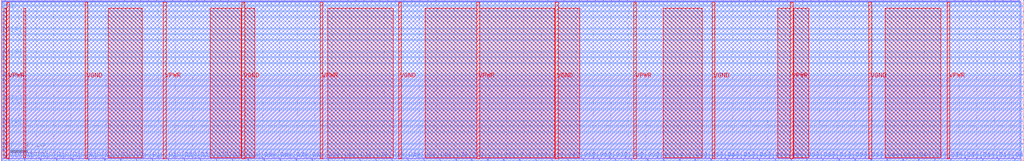
<source format=lef>
VERSION 5.7 ;
  NOWIREEXTENSIONATPIN ON ;
  DIVIDERCHAR "/" ;
  BUSBITCHARS "[]" ;
MACRO RAM32_1RW1R
  CLASS BLOCK ;
  FOREIGN RAM32_1RW1R ;
  ORIGIN 0.000 0.000 ;
  SIZE 1173.460 BY 185.440 ;
  PIN A0[0]
    DIRECTION INPUT ;
    USE SIGNAL ;
    PORT
      LAYER met3 ;
        RECT 1171.460 125.160 1173.460 125.760 ;
    END
  END A0[0]
  PIN A0[1]
    DIRECTION INPUT ;
    USE SIGNAL ;
    PORT
      LAYER met3 ;
        RECT 1171.460 138.760 1173.460 139.360 ;
    END
  END A0[1]
  PIN A0[2]
    DIRECTION INPUT ;
    USE SIGNAL ;
    PORT
      LAYER met3 ;
        RECT 1171.460 151.680 1173.460 152.280 ;
    END
  END A0[2]
  PIN A0[3]
    DIRECTION INPUT ;
    USE SIGNAL ;
    PORT
      LAYER met3 ;
        RECT 1171.460 165.280 1173.460 165.880 ;
    END
  END A0[3]
  PIN A0[4]
    DIRECTION INPUT ;
    USE SIGNAL ;
    PORT
      LAYER met3 ;
        RECT 1171.460 178.200 1173.460 178.800 ;
    END
  END A0[4]
  PIN A1[0]
    DIRECTION INPUT ;
    USE SIGNAL ;
    PORT
      LAYER met3 ;
        RECT 0.000 39.480 2.000 40.080 ;
    END
  END A1[0]
  PIN A1[1]
    DIRECTION INPUT ;
    USE SIGNAL ;
    PORT
      LAYER met3 ;
        RECT 0.000 66.000 2.000 66.600 ;
    END
  END A1[1]
  PIN A1[2]
    DIRECTION INPUT ;
    USE SIGNAL ;
    PORT
      LAYER met3 ;
        RECT 0.000 92.520 2.000 93.120 ;
    END
  END A1[2]
  PIN A1[3]
    DIRECTION INPUT ;
    USE SIGNAL ;
    PORT
      LAYER met3 ;
        RECT 0.000 119.040 2.000 119.640 ;
    END
  END A1[3]
  PIN A1[4]
    DIRECTION INPUT ;
    USE SIGNAL ;
    PORT
      LAYER met3 ;
        RECT 0.000 145.560 2.000 146.160 ;
    END
  END A1[4]
  PIN CLK
    DIRECTION INPUT ;
    USE SIGNAL ;
    PORT
      LAYER met3 ;
        RECT 0.000 12.960 2.000 13.560 ;
    END
  END CLK
  PIN Di0[0]
    DIRECTION INPUT ;
    USE SIGNAL ;
    PORT
      LAYER met2 ;
        RECT 8.830 0.000 9.110 2.000 ;
    END
  END Di0[0]
  PIN Di0[10]
    DIRECTION INPUT ;
    USE SIGNAL ;
    PORT
      LAYER met2 ;
        RECT 191.910 0.000 192.190 2.000 ;
    END
  END Di0[10]
  PIN Di0[11]
    DIRECTION INPUT ;
    USE SIGNAL ;
    PORT
      LAYER met2 ;
        RECT 210.310 0.000 210.590 2.000 ;
    END
  END Di0[11]
  PIN Di0[12]
    DIRECTION INPUT ;
    USE SIGNAL ;
    PORT
      LAYER met2 ;
        RECT 228.710 0.000 228.990 2.000 ;
    END
  END Di0[12]
  PIN Di0[13]
    DIRECTION INPUT ;
    USE SIGNAL ;
    PORT
      LAYER met2 ;
        RECT 247.110 0.000 247.390 2.000 ;
    END
  END Di0[13]
  PIN Di0[14]
    DIRECTION INPUT ;
    USE SIGNAL ;
    PORT
      LAYER met2 ;
        RECT 265.510 0.000 265.790 2.000 ;
    END
  END Di0[14]
  PIN Di0[15]
    DIRECTION INPUT ;
    USE SIGNAL ;
    PORT
      LAYER met2 ;
        RECT 283.450 0.000 283.730 2.000 ;
    END
  END Di0[15]
  PIN Di0[16]
    DIRECTION INPUT ;
    USE SIGNAL ;
    PORT
      LAYER met2 ;
        RECT 301.850 0.000 302.130 2.000 ;
    END
  END Di0[16]
  PIN Di0[17]
    DIRECTION INPUT ;
    USE SIGNAL ;
    PORT
      LAYER met2 ;
        RECT 320.250 0.000 320.530 2.000 ;
    END
  END Di0[17]
  PIN Di0[18]
    DIRECTION INPUT ;
    USE SIGNAL ;
    PORT
      LAYER met2 ;
        RECT 338.650 0.000 338.930 2.000 ;
    END
  END Di0[18]
  PIN Di0[19]
    DIRECTION INPUT ;
    USE SIGNAL ;
    PORT
      LAYER met2 ;
        RECT 357.050 0.000 357.330 2.000 ;
    END
  END Di0[19]
  PIN Di0[1]
    DIRECTION INPUT ;
    USE SIGNAL ;
    PORT
      LAYER met2 ;
        RECT 26.770 0.000 27.050 2.000 ;
    END
  END Di0[1]
  PIN Di0[20]
    DIRECTION INPUT ;
    USE SIGNAL ;
    PORT
      LAYER met2 ;
        RECT 375.450 0.000 375.730 2.000 ;
    END
  END Di0[20]
  PIN Di0[21]
    DIRECTION INPUT ;
    USE SIGNAL ;
    PORT
      LAYER met2 ;
        RECT 393.850 0.000 394.130 2.000 ;
    END
  END Di0[21]
  PIN Di0[22]
    DIRECTION INPUT ;
    USE SIGNAL ;
    PORT
      LAYER met2 ;
        RECT 411.790 0.000 412.070 2.000 ;
    END
  END Di0[22]
  PIN Di0[23]
    DIRECTION INPUT ;
    USE SIGNAL ;
    PORT
      LAYER met2 ;
        RECT 430.190 0.000 430.470 2.000 ;
    END
  END Di0[23]
  PIN Di0[24]
    DIRECTION INPUT ;
    USE SIGNAL ;
    PORT
      LAYER met2 ;
        RECT 448.590 0.000 448.870 2.000 ;
    END
  END Di0[24]
  PIN Di0[25]
    DIRECTION INPUT ;
    USE SIGNAL ;
    PORT
      LAYER met2 ;
        RECT 466.990 0.000 467.270 2.000 ;
    END
  END Di0[25]
  PIN Di0[26]
    DIRECTION INPUT ;
    USE SIGNAL ;
    PORT
      LAYER met2 ;
        RECT 485.390 0.000 485.670 2.000 ;
    END
  END Di0[26]
  PIN Di0[27]
    DIRECTION INPUT ;
    USE SIGNAL ;
    PORT
      LAYER met2 ;
        RECT 503.790 0.000 504.070 2.000 ;
    END
  END Di0[27]
  PIN Di0[28]
    DIRECTION INPUT ;
    USE SIGNAL ;
    PORT
      LAYER met2 ;
        RECT 522.190 0.000 522.470 2.000 ;
    END
  END Di0[28]
  PIN Di0[29]
    DIRECTION INPUT ;
    USE SIGNAL ;
    PORT
      LAYER met2 ;
        RECT 540.130 0.000 540.410 2.000 ;
    END
  END Di0[29]
  PIN Di0[2]
    DIRECTION INPUT ;
    USE SIGNAL ;
    PORT
      LAYER met2 ;
        RECT 45.170 0.000 45.450 2.000 ;
    END
  END Di0[2]
  PIN Di0[30]
    DIRECTION INPUT ;
    USE SIGNAL ;
    PORT
      LAYER met2 ;
        RECT 558.530 0.000 558.810 2.000 ;
    END
  END Di0[30]
  PIN Di0[31]
    DIRECTION INPUT ;
    USE SIGNAL ;
    PORT
      LAYER met2 ;
        RECT 576.930 0.000 577.210 2.000 ;
    END
  END Di0[31]
  PIN Di0[32]
    DIRECTION INPUT ;
    USE SIGNAL ;
    PORT
      LAYER met2 ;
        RECT 595.330 0.000 595.610 2.000 ;
    END
  END Di0[32]
  PIN Di0[33]
    DIRECTION INPUT ;
    USE SIGNAL ;
    PORT
      LAYER met2 ;
        RECT 613.730 0.000 614.010 2.000 ;
    END
  END Di0[33]
  PIN Di0[34]
    DIRECTION INPUT ;
    USE SIGNAL ;
    PORT
      LAYER met2 ;
        RECT 632.130 0.000 632.410 2.000 ;
    END
  END Di0[34]
  PIN Di0[35]
    DIRECTION INPUT ;
    USE SIGNAL ;
    PORT
      LAYER met2 ;
        RECT 650.530 0.000 650.810 2.000 ;
    END
  END Di0[35]
  PIN Di0[36]
    DIRECTION INPUT ;
    USE SIGNAL ;
    PORT
      LAYER met2 ;
        RECT 668.470 0.000 668.750 2.000 ;
    END
  END Di0[36]
  PIN Di0[37]
    DIRECTION INPUT ;
    USE SIGNAL ;
    PORT
      LAYER met2 ;
        RECT 686.870 0.000 687.150 2.000 ;
    END
  END Di0[37]
  PIN Di0[38]
    DIRECTION INPUT ;
    USE SIGNAL ;
    PORT
      LAYER met2 ;
        RECT 705.270 0.000 705.550 2.000 ;
    END
  END Di0[38]
  PIN Di0[39]
    DIRECTION INPUT ;
    USE SIGNAL ;
    PORT
      LAYER met2 ;
        RECT 723.670 0.000 723.950 2.000 ;
    END
  END Di0[39]
  PIN Di0[3]
    DIRECTION INPUT ;
    USE SIGNAL ;
    PORT
      LAYER met2 ;
        RECT 63.570 0.000 63.850 2.000 ;
    END
  END Di0[3]
  PIN Di0[40]
    DIRECTION INPUT ;
    USE SIGNAL ;
    PORT
      LAYER met2 ;
        RECT 742.070 0.000 742.350 2.000 ;
    END
  END Di0[40]
  PIN Di0[41]
    DIRECTION INPUT ;
    USE SIGNAL ;
    PORT
      LAYER met2 ;
        RECT 760.470 0.000 760.750 2.000 ;
    END
  END Di0[41]
  PIN Di0[42]
    DIRECTION INPUT ;
    USE SIGNAL ;
    PORT
      LAYER met2 ;
        RECT 778.870 0.000 779.150 2.000 ;
    END
  END Di0[42]
  PIN Di0[43]
    DIRECTION INPUT ;
    USE SIGNAL ;
    PORT
      LAYER met2 ;
        RECT 796.810 0.000 797.090 2.000 ;
    END
  END Di0[43]
  PIN Di0[44]
    DIRECTION INPUT ;
    USE SIGNAL ;
    PORT
      LAYER met2 ;
        RECT 815.210 0.000 815.490 2.000 ;
    END
  END Di0[44]
  PIN Di0[45]
    DIRECTION INPUT ;
    USE SIGNAL ;
    PORT
      LAYER met2 ;
        RECT 833.610 0.000 833.890 2.000 ;
    END
  END Di0[45]
  PIN Di0[46]
    DIRECTION INPUT ;
    USE SIGNAL ;
    PORT
      LAYER met2 ;
        RECT 852.010 0.000 852.290 2.000 ;
    END
  END Di0[46]
  PIN Di0[47]
    DIRECTION INPUT ;
    USE SIGNAL ;
    PORT
      LAYER met2 ;
        RECT 870.410 0.000 870.690 2.000 ;
    END
  END Di0[47]
  PIN Di0[48]
    DIRECTION INPUT ;
    USE SIGNAL ;
    PORT
      LAYER met2 ;
        RECT 888.810 0.000 889.090 2.000 ;
    END
  END Di0[48]
  PIN Di0[49]
    DIRECTION INPUT ;
    USE SIGNAL ;
    PORT
      LAYER met2 ;
        RECT 907.210 0.000 907.490 2.000 ;
    END
  END Di0[49]
  PIN Di0[4]
    DIRECTION INPUT ;
    USE SIGNAL ;
    PORT
      LAYER met2 ;
        RECT 81.970 0.000 82.250 2.000 ;
    END
  END Di0[4]
  PIN Di0[50]
    DIRECTION INPUT ;
    USE SIGNAL ;
    PORT
      LAYER met2 ;
        RECT 925.150 0.000 925.430 2.000 ;
    END
  END Di0[50]
  PIN Di0[51]
    DIRECTION INPUT ;
    USE SIGNAL ;
    PORT
      LAYER met2 ;
        RECT 943.550 0.000 943.830 2.000 ;
    END
  END Di0[51]
  PIN Di0[52]
    DIRECTION INPUT ;
    USE SIGNAL ;
    PORT
      LAYER met2 ;
        RECT 961.950 0.000 962.230 2.000 ;
    END
  END Di0[52]
  PIN Di0[53]
    DIRECTION INPUT ;
    USE SIGNAL ;
    PORT
      LAYER met2 ;
        RECT 980.350 0.000 980.630 2.000 ;
    END
  END Di0[53]
  PIN Di0[54]
    DIRECTION INPUT ;
    USE SIGNAL ;
    PORT
      LAYER met2 ;
        RECT 998.750 0.000 999.030 2.000 ;
    END
  END Di0[54]
  PIN Di0[55]
    DIRECTION INPUT ;
    USE SIGNAL ;
    PORT
      LAYER met2 ;
        RECT 1017.150 0.000 1017.430 2.000 ;
    END
  END Di0[55]
  PIN Di0[56]
    DIRECTION INPUT ;
    USE SIGNAL ;
    PORT
      LAYER met2 ;
        RECT 1035.550 0.000 1035.830 2.000 ;
    END
  END Di0[56]
  PIN Di0[57]
    DIRECTION INPUT ;
    USE SIGNAL ;
    PORT
      LAYER met2 ;
        RECT 1053.490 0.000 1053.770 2.000 ;
    END
  END Di0[57]
  PIN Di0[58]
    DIRECTION INPUT ;
    USE SIGNAL ;
    PORT
      LAYER met2 ;
        RECT 1071.890 0.000 1072.170 2.000 ;
    END
  END Di0[58]
  PIN Di0[59]
    DIRECTION INPUT ;
    USE SIGNAL ;
    PORT
      LAYER met2 ;
        RECT 1090.290 0.000 1090.570 2.000 ;
    END
  END Di0[59]
  PIN Di0[5]
    DIRECTION INPUT ;
    USE SIGNAL ;
    PORT
      LAYER met2 ;
        RECT 100.370 0.000 100.650 2.000 ;
    END
  END Di0[5]
  PIN Di0[60]
    DIRECTION INPUT ;
    USE SIGNAL ;
    PORT
      LAYER met2 ;
        RECT 1108.690 0.000 1108.970 2.000 ;
    END
  END Di0[60]
  PIN Di0[61]
    DIRECTION INPUT ;
    USE SIGNAL ;
    PORT
      LAYER met2 ;
        RECT 1127.090 0.000 1127.370 2.000 ;
    END
  END Di0[61]
  PIN Di0[62]
    DIRECTION INPUT ;
    USE SIGNAL ;
    PORT
      LAYER met2 ;
        RECT 1145.490 0.000 1145.770 2.000 ;
    END
  END Di0[62]
  PIN Di0[63]
    DIRECTION INPUT ;
    USE SIGNAL ;
    PORT
      LAYER met2 ;
        RECT 1163.890 0.000 1164.170 2.000 ;
    END
  END Di0[63]
  PIN Di0[6]
    DIRECTION INPUT ;
    USE SIGNAL ;
    PORT
      LAYER met2 ;
        RECT 118.770 0.000 119.050 2.000 ;
    END
  END Di0[6]
  PIN Di0[7]
    DIRECTION INPUT ;
    USE SIGNAL ;
    PORT
      LAYER met2 ;
        RECT 137.170 0.000 137.450 2.000 ;
    END
  END Di0[7]
  PIN Di0[8]
    DIRECTION INPUT ;
    USE SIGNAL ;
    PORT
      LAYER met2 ;
        RECT 155.110 0.000 155.390 2.000 ;
    END
  END Di0[8]
  PIN Di0[9]
    DIRECTION INPUT ;
    USE SIGNAL ;
    PORT
      LAYER met2 ;
        RECT 173.510 0.000 173.790 2.000 ;
    END
  END Di0[9]
  PIN Do0[0]
    DIRECTION OUTPUT TRISTATE ;
    USE SIGNAL ;
    PORT
      LAYER met2 ;
        RECT 4.230 183.440 4.510 185.440 ;
    END
  END Do0[0]
  PIN Do0[10]
    DIRECTION OUTPUT TRISTATE ;
    USE SIGNAL ;
    PORT
      LAYER met2 ;
        RECT 95.770 183.440 96.050 185.440 ;
    END
  END Do0[10]
  PIN Do0[11]
    DIRECTION OUTPUT TRISTATE ;
    USE SIGNAL ;
    PORT
      LAYER met2 ;
        RECT 114.170 183.440 114.450 185.440 ;
    END
  END Do0[11]
  PIN Do0[12]
    DIRECTION OUTPUT TRISTATE ;
    USE SIGNAL ;
    PORT
      LAYER met2 ;
        RECT 132.570 183.440 132.850 185.440 ;
    END
  END Do0[12]
  PIN Do0[13]
    DIRECTION OUTPUT TRISTATE ;
    USE SIGNAL ;
    PORT
      LAYER met2 ;
        RECT 150.510 183.440 150.790 185.440 ;
    END
  END Do0[13]
  PIN Do0[14]
    DIRECTION OUTPUT TRISTATE ;
    USE SIGNAL ;
    PORT
      LAYER met2 ;
        RECT 168.910 183.440 169.190 185.440 ;
    END
  END Do0[14]
  PIN Do0[15]
    DIRECTION OUTPUT TRISTATE ;
    USE SIGNAL ;
    PORT
      LAYER met2 ;
        RECT 187.310 183.440 187.590 185.440 ;
    END
  END Do0[15]
  PIN Do0[16]
    DIRECTION OUTPUT TRISTATE ;
    USE SIGNAL ;
    PORT
      LAYER met2 ;
        RECT 205.710 183.440 205.990 185.440 ;
    END
  END Do0[16]
  PIN Do0[17]
    DIRECTION OUTPUT TRISTATE ;
    USE SIGNAL ;
    PORT
      LAYER met2 ;
        RECT 224.110 183.440 224.390 185.440 ;
    END
  END Do0[17]
  PIN Do0[18]
    DIRECTION OUTPUT TRISTATE ;
    USE SIGNAL ;
    PORT
      LAYER met2 ;
        RECT 242.510 183.440 242.790 185.440 ;
    END
  END Do0[18]
  PIN Do0[19]
    DIRECTION OUTPUT TRISTATE ;
    USE SIGNAL ;
    PORT
      LAYER met2 ;
        RECT 260.910 183.440 261.190 185.440 ;
    END
  END Do0[19]
  PIN Do0[1]
    DIRECTION OUTPUT TRISTATE ;
    USE SIGNAL ;
    PORT
      LAYER met2 ;
        RECT 12.970 183.440 13.250 185.440 ;
    END
  END Do0[1]
  PIN Do0[20]
    DIRECTION OUTPUT TRISTATE ;
    USE SIGNAL ;
    PORT
      LAYER met2 ;
        RECT 278.850 183.440 279.130 185.440 ;
    END
  END Do0[20]
  PIN Do0[21]
    DIRECTION OUTPUT TRISTATE ;
    USE SIGNAL ;
    PORT
      LAYER met2 ;
        RECT 288.050 183.440 288.330 185.440 ;
    END
  END Do0[21]
  PIN Do0[22]
    DIRECTION OUTPUT TRISTATE ;
    USE SIGNAL ;
    PORT
      LAYER met2 ;
        RECT 297.250 183.440 297.530 185.440 ;
    END
  END Do0[22]
  PIN Do0[23]
    DIRECTION OUTPUT TRISTATE ;
    USE SIGNAL ;
    PORT
      LAYER met2 ;
        RECT 306.450 183.440 306.730 185.440 ;
    END
  END Do0[23]
  PIN Do0[24]
    DIRECTION OUTPUT TRISTATE ;
    USE SIGNAL ;
    PORT
      LAYER met2 ;
        RECT 315.650 183.440 315.930 185.440 ;
    END
  END Do0[24]
  PIN Do0[25]
    DIRECTION OUTPUT TRISTATE ;
    USE SIGNAL ;
    PORT
      LAYER met2 ;
        RECT 324.850 183.440 325.130 185.440 ;
    END
  END Do0[25]
  PIN Do0[26]
    DIRECTION OUTPUT TRISTATE ;
    USE SIGNAL ;
    PORT
      LAYER met2 ;
        RECT 334.050 183.440 334.330 185.440 ;
    END
  END Do0[26]
  PIN Do0[27]
    DIRECTION OUTPUT TRISTATE ;
    USE SIGNAL ;
    PORT
      LAYER met2 ;
        RECT 343.250 183.440 343.530 185.440 ;
    END
  END Do0[27]
  PIN Do0[28]
    DIRECTION OUTPUT TRISTATE ;
    USE SIGNAL ;
    PORT
      LAYER met2 ;
        RECT 352.450 183.440 352.730 185.440 ;
    END
  END Do0[28]
  PIN Do0[29]
    DIRECTION OUTPUT TRISTATE ;
    USE SIGNAL ;
    PORT
      LAYER met2 ;
        RECT 361.650 183.440 361.930 185.440 ;
    END
  END Do0[29]
  PIN Do0[2]
    DIRECTION OUTPUT TRISTATE ;
    USE SIGNAL ;
    PORT
      LAYER met2 ;
        RECT 22.170 183.440 22.450 185.440 ;
    END
  END Do0[2]
  PIN Do0[30]
    DIRECTION OUTPUT TRISTATE ;
    USE SIGNAL ;
    PORT
      LAYER met2 ;
        RECT 370.850 183.440 371.130 185.440 ;
    END
  END Do0[30]
  PIN Do0[31]
    DIRECTION OUTPUT TRISTATE ;
    USE SIGNAL ;
    PORT
      LAYER met2 ;
        RECT 380.050 183.440 380.330 185.440 ;
    END
  END Do0[31]
  PIN Do0[32]
    DIRECTION OUTPUT TRISTATE ;
    USE SIGNAL ;
    PORT
      LAYER met2 ;
        RECT 389.250 183.440 389.530 185.440 ;
    END
  END Do0[32]
  PIN Do0[33]
    DIRECTION OUTPUT TRISTATE ;
    USE SIGNAL ;
    PORT
      LAYER met2 ;
        RECT 397.990 183.440 398.270 185.440 ;
    END
  END Do0[33]
  PIN Do0[34]
    DIRECTION OUTPUT TRISTATE ;
    USE SIGNAL ;
    PORT
      LAYER met2 ;
        RECT 407.190 183.440 407.470 185.440 ;
    END
  END Do0[34]
  PIN Do0[35]
    DIRECTION OUTPUT TRISTATE ;
    USE SIGNAL ;
    PORT
      LAYER met2 ;
        RECT 416.390 183.440 416.670 185.440 ;
    END
  END Do0[35]
  PIN Do0[36]
    DIRECTION OUTPUT TRISTATE ;
    USE SIGNAL ;
    PORT
      LAYER met2 ;
        RECT 425.590 183.440 425.870 185.440 ;
    END
  END Do0[36]
  PIN Do0[37]
    DIRECTION OUTPUT TRISTATE ;
    USE SIGNAL ;
    PORT
      LAYER met2 ;
        RECT 434.790 183.440 435.070 185.440 ;
    END
  END Do0[37]
  PIN Do0[38]
    DIRECTION OUTPUT TRISTATE ;
    USE SIGNAL ;
    PORT
      LAYER met2 ;
        RECT 443.990 183.440 444.270 185.440 ;
    END
  END Do0[38]
  PIN Do0[39]
    DIRECTION OUTPUT TRISTATE ;
    USE SIGNAL ;
    PORT
      LAYER met2 ;
        RECT 453.190 183.440 453.470 185.440 ;
    END
  END Do0[39]
  PIN Do0[3]
    DIRECTION OUTPUT TRISTATE ;
    USE SIGNAL ;
    PORT
      LAYER met2 ;
        RECT 31.370 183.440 31.650 185.440 ;
    END
  END Do0[3]
  PIN Do0[40]
    DIRECTION OUTPUT TRISTATE ;
    USE SIGNAL ;
    PORT
      LAYER met2 ;
        RECT 462.390 183.440 462.670 185.440 ;
    END
  END Do0[40]
  PIN Do0[41]
    DIRECTION OUTPUT TRISTATE ;
    USE SIGNAL ;
    PORT
      LAYER met2 ;
        RECT 471.590 183.440 471.870 185.440 ;
    END
  END Do0[41]
  PIN Do0[42]
    DIRECTION OUTPUT TRISTATE ;
    USE SIGNAL ;
    PORT
      LAYER met2 ;
        RECT 480.790 183.440 481.070 185.440 ;
    END
  END Do0[42]
  PIN Do0[43]
    DIRECTION OUTPUT TRISTATE ;
    USE SIGNAL ;
    PORT
      LAYER met2 ;
        RECT 489.990 183.440 490.270 185.440 ;
    END
  END Do0[43]
  PIN Do0[44]
    DIRECTION OUTPUT TRISTATE ;
    USE SIGNAL ;
    PORT
      LAYER met2 ;
        RECT 499.190 183.440 499.470 185.440 ;
    END
  END Do0[44]
  PIN Do0[45]
    DIRECTION OUTPUT TRISTATE ;
    USE SIGNAL ;
    PORT
      LAYER met2 ;
        RECT 508.390 183.440 508.670 185.440 ;
    END
  END Do0[45]
  PIN Do0[46]
    DIRECTION OUTPUT TRISTATE ;
    USE SIGNAL ;
    PORT
      LAYER met2 ;
        RECT 517.590 183.440 517.870 185.440 ;
    END
  END Do0[46]
  PIN Do0[47]
    DIRECTION OUTPUT TRISTATE ;
    USE SIGNAL ;
    PORT
      LAYER met2 ;
        RECT 526.330 183.440 526.610 185.440 ;
    END
  END Do0[47]
  PIN Do0[48]
    DIRECTION OUTPUT TRISTATE ;
    USE SIGNAL ;
    PORT
      LAYER met2 ;
        RECT 535.530 183.440 535.810 185.440 ;
    END
  END Do0[48]
  PIN Do0[49]
    DIRECTION OUTPUT TRISTATE ;
    USE SIGNAL ;
    PORT
      LAYER met2 ;
        RECT 544.730 183.440 545.010 185.440 ;
    END
  END Do0[49]
  PIN Do0[4]
    DIRECTION OUTPUT TRISTATE ;
    USE SIGNAL ;
    PORT
      LAYER met2 ;
        RECT 40.570 183.440 40.850 185.440 ;
    END
  END Do0[4]
  PIN Do0[50]
    DIRECTION OUTPUT TRISTATE ;
    USE SIGNAL ;
    PORT
      LAYER met2 ;
        RECT 553.930 183.440 554.210 185.440 ;
    END
  END Do0[50]
  PIN Do0[51]
    DIRECTION OUTPUT TRISTATE ;
    USE SIGNAL ;
    PORT
      LAYER met2 ;
        RECT 563.130 183.440 563.410 185.440 ;
    END
  END Do0[51]
  PIN Do0[52]
    DIRECTION OUTPUT TRISTATE ;
    USE SIGNAL ;
    PORT
      LAYER met2 ;
        RECT 572.330 183.440 572.610 185.440 ;
    END
  END Do0[52]
  PIN Do0[53]
    DIRECTION OUTPUT TRISTATE ;
    USE SIGNAL ;
    PORT
      LAYER met2 ;
        RECT 581.530 183.440 581.810 185.440 ;
    END
  END Do0[53]
  PIN Do0[54]
    DIRECTION OUTPUT TRISTATE ;
    USE SIGNAL ;
    PORT
      LAYER met2 ;
        RECT 590.730 183.440 591.010 185.440 ;
    END
  END Do0[54]
  PIN Do0[55]
    DIRECTION OUTPUT TRISTATE ;
    USE SIGNAL ;
    PORT
      LAYER met2 ;
        RECT 599.930 183.440 600.210 185.440 ;
    END
  END Do0[55]
  PIN Do0[56]
    DIRECTION OUTPUT TRISTATE ;
    USE SIGNAL ;
    PORT
      LAYER met2 ;
        RECT 609.130 183.440 609.410 185.440 ;
    END
  END Do0[56]
  PIN Do0[57]
    DIRECTION OUTPUT TRISTATE ;
    USE SIGNAL ;
    PORT
      LAYER met2 ;
        RECT 618.330 183.440 618.610 185.440 ;
    END
  END Do0[57]
  PIN Do0[58]
    DIRECTION OUTPUT TRISTATE ;
    USE SIGNAL ;
    PORT
      LAYER met2 ;
        RECT 627.530 183.440 627.810 185.440 ;
    END
  END Do0[58]
  PIN Do0[59]
    DIRECTION OUTPUT TRISTATE ;
    USE SIGNAL ;
    PORT
      LAYER met2 ;
        RECT 636.730 183.440 637.010 185.440 ;
    END
  END Do0[59]
  PIN Do0[5]
    DIRECTION OUTPUT TRISTATE ;
    USE SIGNAL ;
    PORT
      LAYER met2 ;
        RECT 49.770 183.440 50.050 185.440 ;
    END
  END Do0[5]
  PIN Do0[60]
    DIRECTION OUTPUT TRISTATE ;
    USE SIGNAL ;
    PORT
      LAYER met2 ;
        RECT 645.930 183.440 646.210 185.440 ;
    END
  END Do0[60]
  PIN Do0[61]
    DIRECTION OUTPUT TRISTATE ;
    USE SIGNAL ;
    PORT
      LAYER met2 ;
        RECT 655.130 183.440 655.410 185.440 ;
    END
  END Do0[61]
  PIN Do0[62]
    DIRECTION OUTPUT TRISTATE ;
    USE SIGNAL ;
    PORT
      LAYER met2 ;
        RECT 663.870 183.440 664.150 185.440 ;
    END
  END Do0[62]
  PIN Do0[63]
    DIRECTION OUTPUT TRISTATE ;
    USE SIGNAL ;
    PORT
      LAYER met2 ;
        RECT 673.070 183.440 673.350 185.440 ;
    END
  END Do0[63]
  PIN Do0[6]
    DIRECTION OUTPUT TRISTATE ;
    USE SIGNAL ;
    PORT
      LAYER met2 ;
        RECT 58.970 183.440 59.250 185.440 ;
    END
  END Do0[6]
  PIN Do0[7]
    DIRECTION OUTPUT TRISTATE ;
    USE SIGNAL ;
    PORT
      LAYER met2 ;
        RECT 68.170 183.440 68.450 185.440 ;
    END
  END Do0[7]
  PIN Do0[8]
    DIRECTION OUTPUT TRISTATE ;
    USE SIGNAL ;
    PORT
      LAYER met2 ;
        RECT 77.370 183.440 77.650 185.440 ;
    END
  END Do0[8]
  PIN Do0[9]
    DIRECTION OUTPUT TRISTATE ;
    USE SIGNAL ;
    PORT
      LAYER met2 ;
        RECT 86.570 183.440 86.850 185.440 ;
    END
  END Do0[9]
  PIN Do1[0]
    DIRECTION OUTPUT TRISTATE ;
    USE SIGNAL ;
    PORT
      LAYER met2 ;
        RECT 104.970 183.440 105.250 185.440 ;
    END
  END Do1[0]
  PIN Do1[10]
    DIRECTION OUTPUT TRISTATE ;
    USE SIGNAL ;
    PORT
      LAYER met2 ;
        RECT 682.270 183.440 682.550 185.440 ;
    END
  END Do1[10]
  PIN Do1[11]
    DIRECTION OUTPUT TRISTATE ;
    USE SIGNAL ;
    PORT
      LAYER met2 ;
        RECT 691.470 183.440 691.750 185.440 ;
    END
  END Do1[11]
  PIN Do1[12]
    DIRECTION OUTPUT TRISTATE ;
    USE SIGNAL ;
    PORT
      LAYER met2 ;
        RECT 700.670 183.440 700.950 185.440 ;
    END
  END Do1[12]
  PIN Do1[13]
    DIRECTION OUTPUT TRISTATE ;
    USE SIGNAL ;
    PORT
      LAYER met2 ;
        RECT 709.870 183.440 710.150 185.440 ;
    END
  END Do1[13]
  PIN Do1[14]
    DIRECTION OUTPUT TRISTATE ;
    USE SIGNAL ;
    PORT
      LAYER met2 ;
        RECT 719.070 183.440 719.350 185.440 ;
    END
  END Do1[14]
  PIN Do1[15]
    DIRECTION OUTPUT TRISTATE ;
    USE SIGNAL ;
    PORT
      LAYER met2 ;
        RECT 728.270 183.440 728.550 185.440 ;
    END
  END Do1[15]
  PIN Do1[16]
    DIRECTION OUTPUT TRISTATE ;
    USE SIGNAL ;
    PORT
      LAYER met2 ;
        RECT 737.470 183.440 737.750 185.440 ;
    END
  END Do1[16]
  PIN Do1[17]
    DIRECTION OUTPUT TRISTATE ;
    USE SIGNAL ;
    PORT
      LAYER met2 ;
        RECT 746.670 183.440 746.950 185.440 ;
    END
  END Do1[17]
  PIN Do1[18]
    DIRECTION OUTPUT TRISTATE ;
    USE SIGNAL ;
    PORT
      LAYER met2 ;
        RECT 755.870 183.440 756.150 185.440 ;
    END
  END Do1[18]
  PIN Do1[19]
    DIRECTION OUTPUT TRISTATE ;
    USE SIGNAL ;
    PORT
      LAYER met2 ;
        RECT 765.070 183.440 765.350 185.440 ;
    END
  END Do1[19]
  PIN Do1[1]
    DIRECTION OUTPUT TRISTATE ;
    USE SIGNAL ;
    PORT
      LAYER met2 ;
        RECT 123.370 183.440 123.650 185.440 ;
    END
  END Do1[1]
  PIN Do1[20]
    DIRECTION OUTPUT TRISTATE ;
    USE SIGNAL ;
    PORT
      LAYER met2 ;
        RECT 774.270 183.440 774.550 185.440 ;
    END
  END Do1[20]
  PIN Do1[21]
    DIRECTION OUTPUT TRISTATE ;
    USE SIGNAL ;
    PORT
      LAYER met2 ;
        RECT 783.470 183.440 783.750 185.440 ;
    END
  END Do1[21]
  PIN Do1[22]
    DIRECTION OUTPUT TRISTATE ;
    USE SIGNAL ;
    PORT
      LAYER met2 ;
        RECT 792.210 183.440 792.490 185.440 ;
    END
  END Do1[22]
  PIN Do1[23]
    DIRECTION OUTPUT TRISTATE ;
    USE SIGNAL ;
    PORT
      LAYER met2 ;
        RECT 801.410 183.440 801.690 185.440 ;
    END
  END Do1[23]
  PIN Do1[24]
    DIRECTION OUTPUT TRISTATE ;
    USE SIGNAL ;
    PORT
      LAYER met2 ;
        RECT 810.610 183.440 810.890 185.440 ;
    END
  END Do1[24]
  PIN Do1[25]
    DIRECTION OUTPUT TRISTATE ;
    USE SIGNAL ;
    PORT
      LAYER met2 ;
        RECT 819.810 183.440 820.090 185.440 ;
    END
  END Do1[25]
  PIN Do1[26]
    DIRECTION OUTPUT TRISTATE ;
    USE SIGNAL ;
    PORT
      LAYER met2 ;
        RECT 829.010 183.440 829.290 185.440 ;
    END
  END Do1[26]
  PIN Do1[27]
    DIRECTION OUTPUT TRISTATE ;
    USE SIGNAL ;
    PORT
      LAYER met2 ;
        RECT 838.210 183.440 838.490 185.440 ;
    END
  END Do1[27]
  PIN Do1[28]
    DIRECTION OUTPUT TRISTATE ;
    USE SIGNAL ;
    PORT
      LAYER met2 ;
        RECT 847.410 183.440 847.690 185.440 ;
    END
  END Do1[28]
  PIN Do1[29]
    DIRECTION OUTPUT TRISTATE ;
    USE SIGNAL ;
    PORT
      LAYER met2 ;
        RECT 856.610 183.440 856.890 185.440 ;
    END
  END Do1[29]
  PIN Do1[2]
    DIRECTION OUTPUT TRISTATE ;
    USE SIGNAL ;
    PORT
      LAYER met2 ;
        RECT 141.310 183.440 141.590 185.440 ;
    END
  END Do1[2]
  PIN Do1[30]
    DIRECTION OUTPUT TRISTATE ;
    USE SIGNAL ;
    PORT
      LAYER met2 ;
        RECT 865.810 183.440 866.090 185.440 ;
    END
  END Do1[30]
  PIN Do1[31]
    DIRECTION OUTPUT TRISTATE ;
    USE SIGNAL ;
    PORT
      LAYER met2 ;
        RECT 875.010 183.440 875.290 185.440 ;
    END
  END Do1[31]
  PIN Do1[32]
    DIRECTION OUTPUT TRISTATE ;
    USE SIGNAL ;
    PORT
      LAYER met2 ;
        RECT 884.210 183.440 884.490 185.440 ;
    END
  END Do1[32]
  PIN Do1[33]
    DIRECTION OUTPUT TRISTATE ;
    USE SIGNAL ;
    PORT
      LAYER met2 ;
        RECT 893.410 183.440 893.690 185.440 ;
    END
  END Do1[33]
  PIN Do1[34]
    DIRECTION OUTPUT TRISTATE ;
    USE SIGNAL ;
    PORT
      LAYER met2 ;
        RECT 902.610 183.440 902.890 185.440 ;
    END
  END Do1[34]
  PIN Do1[35]
    DIRECTION OUTPUT TRISTATE ;
    USE SIGNAL ;
    PORT
      LAYER met2 ;
        RECT 911.810 183.440 912.090 185.440 ;
    END
  END Do1[35]
  PIN Do1[36]
    DIRECTION OUTPUT TRISTATE ;
    USE SIGNAL ;
    PORT
      LAYER met2 ;
        RECT 920.550 183.440 920.830 185.440 ;
    END
  END Do1[36]
  PIN Do1[37]
    DIRECTION OUTPUT TRISTATE ;
    USE SIGNAL ;
    PORT
      LAYER met2 ;
        RECT 929.750 183.440 930.030 185.440 ;
    END
  END Do1[37]
  PIN Do1[38]
    DIRECTION OUTPUT TRISTATE ;
    USE SIGNAL ;
    PORT
      LAYER met2 ;
        RECT 938.950 183.440 939.230 185.440 ;
    END
  END Do1[38]
  PIN Do1[39]
    DIRECTION OUTPUT TRISTATE ;
    USE SIGNAL ;
    PORT
      LAYER met2 ;
        RECT 948.150 183.440 948.430 185.440 ;
    END
  END Do1[39]
  PIN Do1[3]
    DIRECTION OUTPUT TRISTATE ;
    USE SIGNAL ;
    PORT
      LAYER met2 ;
        RECT 159.710 183.440 159.990 185.440 ;
    END
  END Do1[3]
  PIN Do1[40]
    DIRECTION OUTPUT TRISTATE ;
    USE SIGNAL ;
    PORT
      LAYER met2 ;
        RECT 957.350 183.440 957.630 185.440 ;
    END
  END Do1[40]
  PIN Do1[41]
    DIRECTION OUTPUT TRISTATE ;
    USE SIGNAL ;
    PORT
      LAYER met2 ;
        RECT 966.550 183.440 966.830 185.440 ;
    END
  END Do1[41]
  PIN Do1[42]
    DIRECTION OUTPUT TRISTATE ;
    USE SIGNAL ;
    PORT
      LAYER met2 ;
        RECT 975.750 183.440 976.030 185.440 ;
    END
  END Do1[42]
  PIN Do1[43]
    DIRECTION OUTPUT TRISTATE ;
    USE SIGNAL ;
    PORT
      LAYER met2 ;
        RECT 984.950 183.440 985.230 185.440 ;
    END
  END Do1[43]
  PIN Do1[44]
    DIRECTION OUTPUT TRISTATE ;
    USE SIGNAL ;
    PORT
      LAYER met2 ;
        RECT 994.150 183.440 994.430 185.440 ;
    END
  END Do1[44]
  PIN Do1[45]
    DIRECTION OUTPUT TRISTATE ;
    USE SIGNAL ;
    PORT
      LAYER met2 ;
        RECT 1003.350 183.440 1003.630 185.440 ;
    END
  END Do1[45]
  PIN Do1[46]
    DIRECTION OUTPUT TRISTATE ;
    USE SIGNAL ;
    PORT
      LAYER met2 ;
        RECT 1012.550 183.440 1012.830 185.440 ;
    END
  END Do1[46]
  PIN Do1[47]
    DIRECTION OUTPUT TRISTATE ;
    USE SIGNAL ;
    PORT
      LAYER met2 ;
        RECT 1021.750 183.440 1022.030 185.440 ;
    END
  END Do1[47]
  PIN Do1[48]
    DIRECTION OUTPUT TRISTATE ;
    USE SIGNAL ;
    PORT
      LAYER met2 ;
        RECT 1030.950 183.440 1031.230 185.440 ;
    END
  END Do1[48]
  PIN Do1[49]
    DIRECTION OUTPUT TRISTATE ;
    USE SIGNAL ;
    PORT
      LAYER met2 ;
        RECT 1040.150 183.440 1040.430 185.440 ;
    END
  END Do1[49]
  PIN Do1[4]
    DIRECTION OUTPUT TRISTATE ;
    USE SIGNAL ;
    PORT
      LAYER met2 ;
        RECT 178.110 183.440 178.390 185.440 ;
    END
  END Do1[4]
  PIN Do1[50]
    DIRECTION OUTPUT TRISTATE ;
    USE SIGNAL ;
    PORT
      LAYER met2 ;
        RECT 1048.890 183.440 1049.170 185.440 ;
    END
  END Do1[50]
  PIN Do1[51]
    DIRECTION OUTPUT TRISTATE ;
    USE SIGNAL ;
    PORT
      LAYER met2 ;
        RECT 1058.090 183.440 1058.370 185.440 ;
    END
  END Do1[51]
  PIN Do1[52]
    DIRECTION OUTPUT TRISTATE ;
    USE SIGNAL ;
    PORT
      LAYER met2 ;
        RECT 1067.290 183.440 1067.570 185.440 ;
    END
  END Do1[52]
  PIN Do1[53]
    DIRECTION OUTPUT TRISTATE ;
    USE SIGNAL ;
    PORT
      LAYER met2 ;
        RECT 1076.490 183.440 1076.770 185.440 ;
    END
  END Do1[53]
  PIN Do1[54]
    DIRECTION OUTPUT TRISTATE ;
    USE SIGNAL ;
    PORT
      LAYER met2 ;
        RECT 1085.690 183.440 1085.970 185.440 ;
    END
  END Do1[54]
  PIN Do1[55]
    DIRECTION OUTPUT TRISTATE ;
    USE SIGNAL ;
    PORT
      LAYER met2 ;
        RECT 1094.890 183.440 1095.170 185.440 ;
    END
  END Do1[55]
  PIN Do1[56]
    DIRECTION OUTPUT TRISTATE ;
    USE SIGNAL ;
    PORT
      LAYER met2 ;
        RECT 1104.090 183.440 1104.370 185.440 ;
    END
  END Do1[56]
  PIN Do1[57]
    DIRECTION OUTPUT TRISTATE ;
    USE SIGNAL ;
    PORT
      LAYER met2 ;
        RECT 1113.290 183.440 1113.570 185.440 ;
    END
  END Do1[57]
  PIN Do1[58]
    DIRECTION OUTPUT TRISTATE ;
    USE SIGNAL ;
    PORT
      LAYER met2 ;
        RECT 1122.490 183.440 1122.770 185.440 ;
    END
  END Do1[58]
  PIN Do1[59]
    DIRECTION OUTPUT TRISTATE ;
    USE SIGNAL ;
    PORT
      LAYER met2 ;
        RECT 1131.690 183.440 1131.970 185.440 ;
    END
  END Do1[59]
  PIN Do1[5]
    DIRECTION OUTPUT TRISTATE ;
    USE SIGNAL ;
    PORT
      LAYER met2 ;
        RECT 196.510 183.440 196.790 185.440 ;
    END
  END Do1[5]
  PIN Do1[60]
    DIRECTION OUTPUT TRISTATE ;
    USE SIGNAL ;
    PORT
      LAYER met2 ;
        RECT 1140.890 183.440 1141.170 185.440 ;
    END
  END Do1[60]
  PIN Do1[61]
    DIRECTION OUTPUT TRISTATE ;
    USE SIGNAL ;
    PORT
      LAYER met2 ;
        RECT 1150.090 183.440 1150.370 185.440 ;
    END
  END Do1[61]
  PIN Do1[62]
    DIRECTION OUTPUT TRISTATE ;
    USE SIGNAL ;
    PORT
      LAYER met2 ;
        RECT 1159.290 183.440 1159.570 185.440 ;
    END
  END Do1[62]
  PIN Do1[63]
    DIRECTION OUTPUT TRISTATE ;
    USE SIGNAL ;
    PORT
      LAYER met2 ;
        RECT 1168.490 183.440 1168.770 185.440 ;
    END
  END Do1[63]
  PIN Do1[6]
    DIRECTION OUTPUT TRISTATE ;
    USE SIGNAL ;
    PORT
      LAYER met2 ;
        RECT 214.910 183.440 215.190 185.440 ;
    END
  END Do1[6]
  PIN Do1[7]
    DIRECTION OUTPUT TRISTATE ;
    USE SIGNAL ;
    PORT
      LAYER met2 ;
        RECT 233.310 183.440 233.590 185.440 ;
    END
  END Do1[7]
  PIN Do1[8]
    DIRECTION OUTPUT TRISTATE ;
    USE SIGNAL ;
    PORT
      LAYER met2 ;
        RECT 251.710 183.440 251.990 185.440 ;
    END
  END Do1[8]
  PIN Do1[9]
    DIRECTION OUTPUT TRISTATE ;
    USE SIGNAL ;
    PORT
      LAYER met2 ;
        RECT 269.650 183.440 269.930 185.440 ;
    END
  END Do1[9]
  PIN EN0
    DIRECTION INPUT ;
    USE SIGNAL ;
    PORT
      LAYER met3 ;
        RECT 1171.460 6.160 1173.460 6.760 ;
    END
  END EN0
  PIN EN1
    DIRECTION INPUT ;
    USE SIGNAL ;
    PORT
      LAYER met3 ;
        RECT 0.000 172.080 2.000 172.680 ;
    END
  END EN1
  PIN VGND
    DIRECTION INPUT ;
    USE GROUND ;
    PORT
      LAYER met4 ;
        RECT 96.210 2.480 99.310 182.480 ;
    END
    PORT
      LAYER met4 ;
        RECT 276.210 2.480 279.310 182.480 ;
    END
    PORT
      LAYER met4 ;
        RECT 456.210 2.480 459.310 182.480 ;
    END
    PORT
      LAYER met4 ;
        RECT 636.210 2.480 639.310 182.480 ;
    END
    PORT
      LAYER met4 ;
        RECT 816.210 2.480 819.310 182.480 ;
    END
    PORT
      LAYER met4 ;
        RECT 996.210 2.480 999.310 182.480 ;
    END
  END VGND
  PIN VPWR
    DIRECTION INPUT ;
    USE POWER ;
    PORT
      LAYER met4 ;
        RECT 6.210 2.480 9.310 182.480 ;
    END
    PORT
      LAYER met4 ;
        RECT 186.210 2.480 189.310 182.480 ;
    END
    PORT
      LAYER met4 ;
        RECT 366.210 2.480 369.310 182.480 ;
    END
    PORT
      LAYER met4 ;
        RECT 546.210 2.480 549.310 182.480 ;
    END
    PORT
      LAYER met4 ;
        RECT 726.210 2.480 729.310 182.480 ;
    END
    PORT
      LAYER met4 ;
        RECT 906.210 2.480 909.310 182.480 ;
    END
    PORT
      LAYER met4 ;
        RECT 1086.210 2.480 1089.310 182.480 ;
    END
  END VPWR
  PIN WE0[0]
    DIRECTION INPUT ;
    USE SIGNAL ;
    PORT
      LAYER met3 ;
        RECT 1171.460 19.080 1173.460 19.680 ;
    END
  END WE0[0]
  PIN WE0[1]
    DIRECTION INPUT ;
    USE SIGNAL ;
    PORT
      LAYER met3 ;
        RECT 1171.460 32.680 1173.460 33.280 ;
    END
  END WE0[1]
  PIN WE0[2]
    DIRECTION INPUT ;
    USE SIGNAL ;
    PORT
      LAYER met3 ;
        RECT 1171.460 45.600 1173.460 46.200 ;
    END
  END WE0[2]
  PIN WE0[3]
    DIRECTION INPUT ;
    USE SIGNAL ;
    PORT
      LAYER met3 ;
        RECT 1171.460 59.200 1173.460 59.800 ;
    END
  END WE0[3]
  PIN WE0[4]
    DIRECTION INPUT ;
    USE SIGNAL ;
    PORT
      LAYER met3 ;
        RECT 1171.460 72.120 1173.460 72.720 ;
    END
  END WE0[4]
  PIN WE0[5]
    DIRECTION INPUT ;
    USE SIGNAL ;
    PORT
      LAYER met3 ;
        RECT 1171.460 85.720 1173.460 86.320 ;
    END
  END WE0[5]
  PIN WE0[6]
    DIRECTION INPUT ;
    USE SIGNAL ;
    PORT
      LAYER met3 ;
        RECT 1171.460 98.640 1173.460 99.240 ;
    END
  END WE0[6]
  PIN WE0[7]
    DIRECTION INPUT ;
    USE SIGNAL ;
    PORT
      LAYER met3 ;
        RECT 1171.460 112.240 1173.460 112.840 ;
    END
  END WE0[7]
  OBS
      LAYER li1 ;
        RECT 2.760 2.635 1170.700 98.005 ;
      LAYER met1 ;
        RECT 0.530 0.040 1170.700 183.560 ;
      LAYER met2 ;
        RECT 0.560 183.160 3.950 184.010 ;
        RECT 4.790 183.160 12.690 184.010 ;
        RECT 13.530 183.160 21.890 184.010 ;
        RECT 22.730 183.160 31.090 184.010 ;
        RECT 31.930 183.160 40.290 184.010 ;
        RECT 41.130 183.160 49.490 184.010 ;
        RECT 50.330 183.160 58.690 184.010 ;
        RECT 59.530 183.160 67.890 184.010 ;
        RECT 68.730 183.160 77.090 184.010 ;
        RECT 77.930 183.160 86.290 184.010 ;
        RECT 87.130 183.160 95.490 184.010 ;
        RECT 96.330 183.160 104.690 184.010 ;
        RECT 105.530 183.160 113.890 184.010 ;
        RECT 114.730 183.160 123.090 184.010 ;
        RECT 123.930 183.160 132.290 184.010 ;
        RECT 133.130 183.160 141.030 184.010 ;
        RECT 141.870 183.160 150.230 184.010 ;
        RECT 151.070 183.160 159.430 184.010 ;
        RECT 160.270 183.160 168.630 184.010 ;
        RECT 169.470 183.160 177.830 184.010 ;
        RECT 178.670 183.160 187.030 184.010 ;
        RECT 187.870 183.160 196.230 184.010 ;
        RECT 197.070 183.160 205.430 184.010 ;
        RECT 206.270 183.160 214.630 184.010 ;
        RECT 215.470 183.160 223.830 184.010 ;
        RECT 224.670 183.160 233.030 184.010 ;
        RECT 233.870 183.160 242.230 184.010 ;
        RECT 243.070 183.160 251.430 184.010 ;
        RECT 252.270 183.160 260.630 184.010 ;
        RECT 261.470 183.160 269.370 184.010 ;
        RECT 270.210 183.160 278.570 184.010 ;
        RECT 279.410 183.160 287.770 184.010 ;
        RECT 288.610 183.160 296.970 184.010 ;
        RECT 297.810 183.160 306.170 184.010 ;
        RECT 307.010 183.160 315.370 184.010 ;
        RECT 316.210 183.160 324.570 184.010 ;
        RECT 325.410 183.160 333.770 184.010 ;
        RECT 334.610 183.160 342.970 184.010 ;
        RECT 343.810 183.160 352.170 184.010 ;
        RECT 353.010 183.160 361.370 184.010 ;
        RECT 362.210 183.160 370.570 184.010 ;
        RECT 371.410 183.160 379.770 184.010 ;
        RECT 380.610 183.160 388.970 184.010 ;
        RECT 389.810 183.160 397.710 184.010 ;
        RECT 398.550 183.160 406.910 184.010 ;
        RECT 407.750 183.160 416.110 184.010 ;
        RECT 416.950 183.160 425.310 184.010 ;
        RECT 426.150 183.160 434.510 184.010 ;
        RECT 435.350 183.160 443.710 184.010 ;
        RECT 444.550 183.160 452.910 184.010 ;
        RECT 453.750 183.160 462.110 184.010 ;
        RECT 462.950 183.160 471.310 184.010 ;
        RECT 472.150 183.160 480.510 184.010 ;
        RECT 481.350 183.160 489.710 184.010 ;
        RECT 490.550 183.160 498.910 184.010 ;
        RECT 499.750 183.160 508.110 184.010 ;
        RECT 508.950 183.160 517.310 184.010 ;
        RECT 518.150 183.160 526.050 184.010 ;
        RECT 526.890 183.160 535.250 184.010 ;
        RECT 536.090 183.160 544.450 184.010 ;
        RECT 545.290 183.160 553.650 184.010 ;
        RECT 554.490 183.160 562.850 184.010 ;
        RECT 563.690 183.160 572.050 184.010 ;
        RECT 572.890 183.160 581.250 184.010 ;
        RECT 582.090 183.160 590.450 184.010 ;
        RECT 591.290 183.160 599.650 184.010 ;
        RECT 600.490 183.160 608.850 184.010 ;
        RECT 609.690 183.160 618.050 184.010 ;
        RECT 618.890 183.160 627.250 184.010 ;
        RECT 628.090 183.160 636.450 184.010 ;
        RECT 637.290 183.160 645.650 184.010 ;
        RECT 646.490 183.160 654.850 184.010 ;
        RECT 655.690 183.160 663.590 184.010 ;
        RECT 664.430 183.160 672.790 184.010 ;
        RECT 673.630 183.160 681.990 184.010 ;
        RECT 682.830 183.160 691.190 184.010 ;
        RECT 692.030 183.160 700.390 184.010 ;
        RECT 701.230 183.160 709.590 184.010 ;
        RECT 710.430 183.160 718.790 184.010 ;
        RECT 719.630 183.160 727.990 184.010 ;
        RECT 728.830 183.160 737.190 184.010 ;
        RECT 738.030 183.160 746.390 184.010 ;
        RECT 747.230 183.160 755.590 184.010 ;
        RECT 756.430 183.160 764.790 184.010 ;
        RECT 765.630 183.160 773.990 184.010 ;
        RECT 774.830 183.160 783.190 184.010 ;
        RECT 784.030 183.160 791.930 184.010 ;
        RECT 792.770 183.160 801.130 184.010 ;
        RECT 801.970 183.160 810.330 184.010 ;
        RECT 811.170 183.160 819.530 184.010 ;
        RECT 820.370 183.160 828.730 184.010 ;
        RECT 829.570 183.160 837.930 184.010 ;
        RECT 838.770 183.160 847.130 184.010 ;
        RECT 847.970 183.160 856.330 184.010 ;
        RECT 857.170 183.160 865.530 184.010 ;
        RECT 866.370 183.160 874.730 184.010 ;
        RECT 875.570 183.160 883.930 184.010 ;
        RECT 884.770 183.160 893.130 184.010 ;
        RECT 893.970 183.160 902.330 184.010 ;
        RECT 903.170 183.160 911.530 184.010 ;
        RECT 912.370 183.160 920.270 184.010 ;
        RECT 921.110 183.160 929.470 184.010 ;
        RECT 930.310 183.160 938.670 184.010 ;
        RECT 939.510 183.160 947.870 184.010 ;
        RECT 948.710 183.160 957.070 184.010 ;
        RECT 957.910 183.160 966.270 184.010 ;
        RECT 967.110 183.160 975.470 184.010 ;
        RECT 976.310 183.160 984.670 184.010 ;
        RECT 985.510 183.160 993.870 184.010 ;
        RECT 994.710 183.160 1003.070 184.010 ;
        RECT 1003.910 183.160 1012.270 184.010 ;
        RECT 1013.110 183.160 1021.470 184.010 ;
        RECT 1022.310 183.160 1030.670 184.010 ;
        RECT 1031.510 183.160 1039.870 184.010 ;
        RECT 1040.710 183.160 1048.610 184.010 ;
        RECT 1049.450 183.160 1057.810 184.010 ;
        RECT 1058.650 183.160 1067.010 184.010 ;
        RECT 1067.850 183.160 1076.210 184.010 ;
        RECT 1077.050 183.160 1085.410 184.010 ;
        RECT 1086.250 183.160 1094.610 184.010 ;
        RECT 1095.450 183.160 1103.810 184.010 ;
        RECT 1104.650 183.160 1113.010 184.010 ;
        RECT 1113.850 183.160 1122.210 184.010 ;
        RECT 1123.050 183.160 1131.410 184.010 ;
        RECT 1132.250 183.160 1140.610 184.010 ;
        RECT 1141.450 183.160 1149.810 184.010 ;
        RECT 1150.650 183.160 1159.010 184.010 ;
        RECT 1159.850 183.160 1168.210 184.010 ;
        RECT 1169.050 183.160 1169.680 184.010 ;
        RECT 0.560 2.280 1169.680 183.160 ;
        RECT 0.560 0.010 8.550 2.280 ;
        RECT 9.390 0.010 26.490 2.280 ;
        RECT 27.330 0.010 44.890 2.280 ;
        RECT 45.730 0.010 63.290 2.280 ;
        RECT 64.130 0.010 81.690 2.280 ;
        RECT 82.530 0.010 100.090 2.280 ;
        RECT 100.930 0.010 118.490 2.280 ;
        RECT 119.330 0.010 136.890 2.280 ;
        RECT 137.730 0.010 154.830 2.280 ;
        RECT 155.670 0.010 173.230 2.280 ;
        RECT 174.070 0.010 191.630 2.280 ;
        RECT 192.470 0.010 210.030 2.280 ;
        RECT 210.870 0.010 228.430 2.280 ;
        RECT 229.270 0.010 246.830 2.280 ;
        RECT 247.670 0.010 265.230 2.280 ;
        RECT 266.070 0.010 283.170 2.280 ;
        RECT 284.010 0.010 301.570 2.280 ;
        RECT 302.410 0.010 319.970 2.280 ;
        RECT 320.810 0.010 338.370 2.280 ;
        RECT 339.210 0.010 356.770 2.280 ;
        RECT 357.610 0.010 375.170 2.280 ;
        RECT 376.010 0.010 393.570 2.280 ;
        RECT 394.410 0.010 411.510 2.280 ;
        RECT 412.350 0.010 429.910 2.280 ;
        RECT 430.750 0.010 448.310 2.280 ;
        RECT 449.150 0.010 466.710 2.280 ;
        RECT 467.550 0.010 485.110 2.280 ;
        RECT 485.950 0.010 503.510 2.280 ;
        RECT 504.350 0.010 521.910 2.280 ;
        RECT 522.750 0.010 539.850 2.280 ;
        RECT 540.690 0.010 558.250 2.280 ;
        RECT 559.090 0.010 576.650 2.280 ;
        RECT 577.490 0.010 595.050 2.280 ;
        RECT 595.890 0.010 613.450 2.280 ;
        RECT 614.290 0.010 631.850 2.280 ;
        RECT 632.690 0.010 650.250 2.280 ;
        RECT 651.090 0.010 668.190 2.280 ;
        RECT 669.030 0.010 686.590 2.280 ;
        RECT 687.430 0.010 704.990 2.280 ;
        RECT 705.830 0.010 723.390 2.280 ;
        RECT 724.230 0.010 741.790 2.280 ;
        RECT 742.630 0.010 760.190 2.280 ;
        RECT 761.030 0.010 778.590 2.280 ;
        RECT 779.430 0.010 796.530 2.280 ;
        RECT 797.370 0.010 814.930 2.280 ;
        RECT 815.770 0.010 833.330 2.280 ;
        RECT 834.170 0.010 851.730 2.280 ;
        RECT 852.570 0.010 870.130 2.280 ;
        RECT 870.970 0.010 888.530 2.280 ;
        RECT 889.370 0.010 906.930 2.280 ;
        RECT 907.770 0.010 924.870 2.280 ;
        RECT 925.710 0.010 943.270 2.280 ;
        RECT 944.110 0.010 961.670 2.280 ;
        RECT 962.510 0.010 980.070 2.280 ;
        RECT 980.910 0.010 998.470 2.280 ;
        RECT 999.310 0.010 1016.870 2.280 ;
        RECT 1017.710 0.010 1035.270 2.280 ;
        RECT 1036.110 0.010 1053.210 2.280 ;
        RECT 1054.050 0.010 1071.610 2.280 ;
        RECT 1072.450 0.010 1090.010 2.280 ;
        RECT 1090.850 0.010 1108.410 2.280 ;
        RECT 1109.250 0.010 1126.810 2.280 ;
        RECT 1127.650 0.010 1145.210 2.280 ;
        RECT 1146.050 0.010 1163.610 2.280 ;
        RECT 1164.450 0.010 1169.680 2.280 ;
      LAYER met3 ;
        RECT 0.985 179.200 1171.460 182.405 ;
        RECT 0.985 177.800 1171.060 179.200 ;
        RECT 0.985 173.080 1171.460 177.800 ;
        RECT 2.400 171.680 1171.460 173.080 ;
        RECT 0.985 166.280 1171.460 171.680 ;
        RECT 0.985 164.880 1171.060 166.280 ;
        RECT 0.985 152.680 1171.460 164.880 ;
        RECT 0.985 151.280 1171.060 152.680 ;
        RECT 0.985 146.560 1171.460 151.280 ;
        RECT 2.400 145.160 1171.460 146.560 ;
        RECT 0.985 139.760 1171.460 145.160 ;
        RECT 0.985 138.360 1171.060 139.760 ;
        RECT 0.985 126.160 1171.460 138.360 ;
        RECT 0.985 124.760 1171.060 126.160 ;
        RECT 0.985 120.040 1171.460 124.760 ;
        RECT 2.400 118.640 1171.460 120.040 ;
        RECT 0.985 113.240 1171.460 118.640 ;
        RECT 0.985 111.840 1171.060 113.240 ;
        RECT 0.985 99.640 1171.460 111.840 ;
        RECT 0.985 98.240 1171.060 99.640 ;
        RECT 0.985 93.520 1171.460 98.240 ;
        RECT 2.400 92.120 1171.460 93.520 ;
        RECT 0.985 86.720 1171.460 92.120 ;
        RECT 0.985 85.320 1171.060 86.720 ;
        RECT 0.985 73.120 1171.460 85.320 ;
        RECT 0.985 71.720 1171.060 73.120 ;
        RECT 0.985 67.000 1171.460 71.720 ;
        RECT 2.400 65.600 1171.460 67.000 ;
        RECT 0.985 60.200 1171.460 65.600 ;
        RECT 0.985 58.800 1171.060 60.200 ;
        RECT 0.985 46.600 1171.460 58.800 ;
        RECT 0.985 45.200 1171.060 46.600 ;
        RECT 0.985 40.480 1171.460 45.200 ;
        RECT 2.400 39.080 1171.460 40.480 ;
        RECT 0.985 33.680 1171.460 39.080 ;
        RECT 0.985 32.280 1171.060 33.680 ;
        RECT 0.985 20.080 1171.460 32.280 ;
        RECT 0.985 18.680 1171.060 20.080 ;
        RECT 0.985 13.960 1171.460 18.680 ;
        RECT 2.400 12.560 1171.460 13.960 ;
        RECT 0.985 7.160 1171.460 12.560 ;
        RECT 0.985 5.760 1171.060 7.160 ;
        RECT 0.985 0.175 1171.460 5.760 ;
      LAYER met4 ;
        RECT 3.055 3.575 5.810 175.945 ;
        RECT 26.100 3.575 28.100 175.945 ;
        RECT 123.000 3.575 162.100 175.945 ;
        RECT 240.000 3.575 275.810 175.945 ;
        RECT 279.710 3.575 291.300 175.945 ;
        RECT 375.000 3.575 450.000 175.945 ;
        RECT 487.000 3.575 545.810 175.945 ;
        RECT 549.710 3.575 635.810 175.945 ;
        RECT 639.710 3.575 664.100 175.945 ;
        RECT 760.000 3.575 804.870 175.945 ;
        RECT 891.600 3.575 905.810 175.945 ;
        RECT 909.710 3.575 927.000 175.945 ;
        RECT 1015.100 3.575 1078.810 175.945 ;
  END
END RAM32_1RW1R
END LIBRARY


</source>
